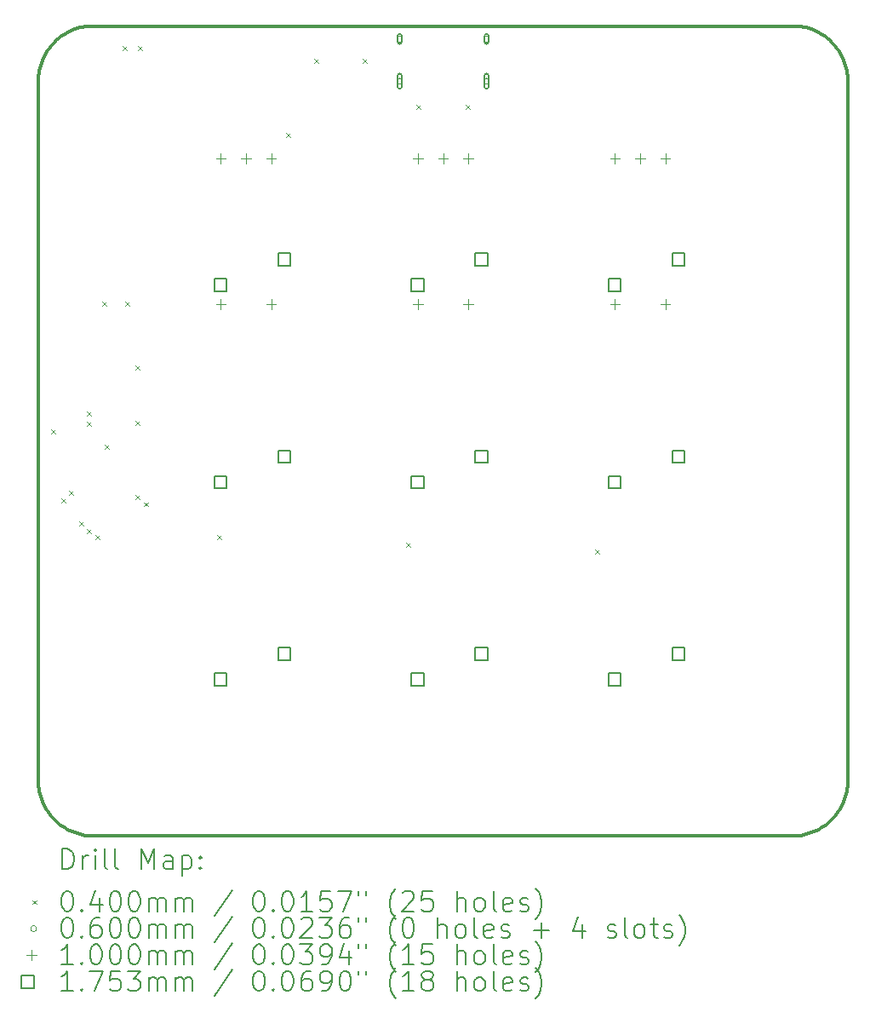
<source format=gbr>
%FSLAX45Y45*%
G04 Gerber Fmt 4.5, Leading zero omitted, Abs format (unit mm)*
G04 Created by KiCad (PCBNEW (6.0.1)) date 2022-06-28 21:47:59*
%MOMM*%
%LPD*%
G01*
G04 APERTURE LIST*
%TA.AperFunction,Profile*%
%ADD10C,0.349999*%
%TD*%
%ADD11C,0.200000*%
%ADD12C,0.040000*%
%ADD13C,0.060000*%
%ADD14C,0.100000*%
%ADD15C,0.175260*%
G04 APERTURE END LIST*
D10*
X18710005Y-6027735D02*
X18685475Y-6016867D01*
X18660445Y-13992793D02*
X18685475Y-13983134D01*
X11289995Y-13972265D02*
X11314525Y-13983134D01*
X18917077Y-6197784D02*
X18900445Y-6176434D01*
X18780140Y-6067407D02*
X18757383Y-6053024D01*
X18475000Y-5975000D02*
X18475000Y-5975000D01*
X11027735Y-13710005D02*
X11039794Y-13733989D01*
X18863909Y-6136092D02*
X18844146Y-6117285D01*
X19025000Y-6525000D02*
X19024324Y-6497727D01*
X10985666Y-6417200D02*
X10981028Y-6443782D01*
X11007207Y-13660445D02*
X11016867Y-13685475D01*
X19014334Y-6417200D02*
X19008412Y-6390938D01*
X18900445Y-13823567D02*
X18917077Y-13802216D01*
X19022308Y-6470640D02*
X19018972Y-6443782D01*
X11497727Y-14024324D02*
X11525000Y-14025000D01*
X10991588Y-6390938D02*
X10985666Y-6417200D01*
X18992793Y-6339555D02*
X18983134Y-6314525D01*
X11027735Y-6289995D02*
X11016867Y-6314525D01*
X18823567Y-13900444D02*
X18844146Y-13882716D01*
X18863909Y-13863909D02*
X18863909Y-13863909D01*
X18844146Y-13882716D02*
X18863909Y-13863909D01*
X11176434Y-6099556D02*
X11155855Y-6117285D01*
X10975000Y-13475000D02*
X10975676Y-13502272D01*
X19024324Y-13502272D02*
X19025000Y-13475000D01*
X11365041Y-5998774D02*
X11339555Y-6007207D01*
X10998774Y-13634959D02*
X11007207Y-13660445D01*
X11390938Y-5991588D02*
X11365041Y-5998774D01*
X18582800Y-5985666D02*
X18556218Y-5981028D01*
X11266011Y-13960206D02*
X11289995Y-13972265D01*
X11525000Y-14025000D02*
X11525000Y-14025000D01*
X11219860Y-6067407D02*
X11197784Y-6082924D01*
X11197784Y-6082924D02*
X11176434Y-6099556D01*
X19025000Y-13475000D02*
X19025000Y-6525000D01*
X11417200Y-5985666D02*
X11390938Y-5991588D01*
X19024324Y-6497727D02*
X19022308Y-6470640D01*
X18529360Y-5977692D02*
X18502273Y-5975676D01*
X11136092Y-6136092D02*
X11136092Y-6136092D01*
X18802216Y-6082924D02*
X18780140Y-6067407D01*
X18960206Y-6266011D02*
X18946976Y-6242617D01*
X18972265Y-6289995D02*
X18960206Y-6266011D01*
X18946976Y-13757383D02*
X18960206Y-13733989D01*
X10985666Y-13582800D02*
X10991588Y-13609062D01*
X18634959Y-5998774D02*
X18609062Y-5991588D01*
X18634959Y-14001226D02*
X18660445Y-13992793D01*
X11053024Y-13757383D02*
X11067407Y-13780140D01*
X18932594Y-6219860D02*
X18917077Y-6197784D01*
X10981028Y-6443782D02*
X10977692Y-6470640D01*
X18556218Y-14018972D02*
X18582800Y-14014334D01*
X18917077Y-13802216D02*
X18932594Y-13780140D01*
X19025000Y-6525000D02*
X19025000Y-6525000D01*
X19018972Y-13556218D02*
X19022308Y-13529360D01*
X18609062Y-5991588D02*
X18582800Y-5985666D01*
X18780140Y-13932593D02*
X18802216Y-13917077D01*
X10998774Y-6365041D02*
X10991588Y-6390938D01*
X11136092Y-13863909D02*
X11136092Y-13863909D01*
X18502273Y-5975676D02*
X18475000Y-5975000D01*
X11067407Y-6219860D02*
X11053024Y-6242617D01*
X18802216Y-13917077D02*
X18823567Y-13900444D01*
X18983134Y-6314525D02*
X18972265Y-6289995D01*
X10975676Y-6497727D02*
X10975000Y-6525000D01*
X18660445Y-6007207D02*
X18634959Y-5998774D01*
X10991588Y-13609062D02*
X10998774Y-13634959D01*
X18863909Y-6136092D02*
X18863909Y-6136092D01*
X11099556Y-13823567D02*
X11117285Y-13844146D01*
X19014334Y-13582800D02*
X19018972Y-13556218D01*
X18685475Y-13983134D02*
X18710005Y-13972265D01*
X18733989Y-6039794D02*
X18710005Y-6027735D01*
X18733989Y-13960206D02*
X18757383Y-13946976D01*
X11016867Y-6314525D02*
X11007207Y-6339555D01*
X11016867Y-13685475D02*
X11027735Y-13710005D01*
X19022308Y-13529360D02*
X19024324Y-13502272D01*
X10977692Y-6470640D02*
X10975676Y-6497727D01*
X11390938Y-14008412D02*
X11417200Y-14014334D01*
X11155855Y-13882716D02*
X11176434Y-13900444D01*
X11242617Y-13946976D02*
X11266011Y-13960206D01*
X19001226Y-13634959D02*
X19008412Y-13609062D01*
X11497727Y-5975676D02*
X11470640Y-5977692D01*
X18992793Y-13660445D02*
X19001226Y-13634959D01*
X18882716Y-13844146D02*
X18900445Y-13823567D01*
X18475000Y-5975000D02*
X11525000Y-5975000D01*
X11525000Y-5975000D02*
X11497727Y-5975676D01*
X18900445Y-6176434D02*
X18882716Y-6155854D01*
X11339555Y-6007207D02*
X11314525Y-6016867D01*
X19008412Y-13609062D02*
X19014334Y-13582800D01*
X11314525Y-13983134D02*
X11339555Y-13992793D01*
X10975676Y-13502272D02*
X10977692Y-13529360D01*
X11289995Y-6027735D02*
X11266011Y-6039794D01*
X19008412Y-6390938D02*
X19001226Y-6365041D01*
X11039794Y-6266011D02*
X11027735Y-6289995D01*
X11155855Y-6117285D02*
X11136092Y-6136092D01*
X11197784Y-13917077D02*
X11219860Y-13932593D01*
X19001226Y-6365041D02*
X18992793Y-6339555D01*
X18932594Y-13780140D02*
X18946976Y-13757383D01*
X10975000Y-6525000D02*
X10975000Y-6525000D01*
X10975000Y-6525000D02*
X10975000Y-13475000D01*
X11314525Y-6016867D02*
X11289995Y-6027735D01*
X18502273Y-14024324D02*
X18529360Y-14022308D01*
X11176434Y-13900444D02*
X11197784Y-13917077D01*
X18972265Y-13710005D02*
X18983134Y-13685475D01*
X11365041Y-14001226D02*
X11390938Y-14008412D01*
X18475000Y-14025000D02*
X18475000Y-14025000D01*
X11443782Y-5981028D02*
X11417200Y-5985666D01*
X11099556Y-6176434D02*
X11082924Y-6197784D01*
X18582800Y-14014334D02*
X18609062Y-14008412D01*
X18710005Y-13972265D02*
X18733989Y-13960206D01*
X18844146Y-6117285D02*
X18823567Y-6099556D01*
X18556218Y-5981028D02*
X18529360Y-5977692D01*
X11136092Y-13863909D02*
X11155855Y-13882716D01*
X11242617Y-6053024D02*
X11219860Y-6067407D01*
X18946976Y-6242617D02*
X18932594Y-6219860D01*
X11266011Y-6039794D02*
X11242617Y-6053024D01*
X11470640Y-14022308D02*
X11497727Y-14024324D01*
X18882716Y-6155854D02*
X18863909Y-6136092D01*
X11339555Y-13992793D02*
X11365041Y-14001226D01*
X10977692Y-13529360D02*
X10981028Y-13556218D01*
X18757383Y-6053024D02*
X18733989Y-6039794D01*
X11082924Y-6197784D02*
X11067407Y-6219860D01*
X18685475Y-6016867D02*
X18660445Y-6007207D01*
X18475000Y-14025000D02*
X18502273Y-14024324D01*
X18983134Y-13685475D02*
X18992793Y-13660445D01*
X18960206Y-13733989D02*
X18972265Y-13710005D01*
X11117285Y-6155854D02*
X11099556Y-6176434D01*
X11219860Y-13932593D02*
X11242617Y-13946976D01*
X11082924Y-13802216D02*
X11099556Y-13823567D01*
X11039794Y-13733989D02*
X11053024Y-13757383D01*
X18757383Y-13946976D02*
X18780140Y-13932593D01*
X10981028Y-13556218D02*
X10985666Y-13582800D01*
X11136092Y-6136092D02*
X11117285Y-6155854D01*
X18529360Y-14022308D02*
X18556218Y-14018972D01*
X11470640Y-5977692D02*
X11443782Y-5981028D01*
X11053024Y-6242617D02*
X11039794Y-6266011D01*
X18823567Y-6099556D02*
X18802216Y-6082924D01*
X11443782Y-14018972D02*
X11470640Y-14022308D01*
X11525000Y-5975000D02*
X11525000Y-5975000D01*
X11067407Y-13780140D02*
X11082924Y-13802216D01*
X18863909Y-13863909D02*
X18882716Y-13844146D01*
X10975000Y-13475000D02*
X10975000Y-13475000D01*
X11417200Y-14014334D02*
X11443782Y-14018972D01*
X11007207Y-6339555D02*
X10998774Y-6365041D01*
X19018972Y-6443782D02*
X19014334Y-6417200D01*
X18609062Y-14008412D02*
X18634959Y-14001226D01*
X11525000Y-14025000D02*
X18475000Y-14025000D01*
X11117285Y-13844146D02*
X11136092Y-13863909D01*
D11*
D12*
X11105200Y-9987600D02*
X11145200Y-10027600D01*
X11145200Y-9987600D02*
X11105200Y-10027600D01*
X11206800Y-10673400D02*
X11246800Y-10713400D01*
X11246800Y-10673400D02*
X11206800Y-10713400D01*
X11283000Y-10597200D02*
X11323000Y-10637200D01*
X11323000Y-10597200D02*
X11283000Y-10637200D01*
X11384600Y-10902000D02*
X11424600Y-10942000D01*
X11424600Y-10902000D02*
X11384600Y-10942000D01*
X11460800Y-9809800D02*
X11500800Y-9849800D01*
X11500800Y-9809800D02*
X11460800Y-9849800D01*
X11460800Y-9909750D02*
X11500800Y-9949750D01*
X11500800Y-9909750D02*
X11460800Y-9949750D01*
X11460800Y-10978200D02*
X11500800Y-11018200D01*
X11500800Y-10978200D02*
X11460800Y-11018200D01*
X11544500Y-11036500D02*
X11584500Y-11076500D01*
X11584500Y-11036500D02*
X11544500Y-11076500D01*
X11613200Y-8717600D02*
X11653200Y-8757600D01*
X11653200Y-8717600D02*
X11613200Y-8757600D01*
X11638600Y-10140000D02*
X11678600Y-10180000D01*
X11678600Y-10140000D02*
X11638600Y-10180000D01*
X11816400Y-6177600D02*
X11856400Y-6217600D01*
X11856400Y-6177600D02*
X11816400Y-6217600D01*
X11841800Y-8717600D02*
X11881800Y-8757600D01*
X11881800Y-8717600D02*
X11841800Y-8757600D01*
X11943400Y-9352600D02*
X11983400Y-9392600D01*
X11983400Y-9352600D02*
X11943400Y-9392600D01*
X11943400Y-9901750D02*
X11983400Y-9941750D01*
X11983400Y-9901750D02*
X11943400Y-9941750D01*
X11943400Y-10636605D02*
X11983400Y-10676605D01*
X11983400Y-10636605D02*
X11943400Y-10676605D01*
X11968800Y-6177600D02*
X12008800Y-6217600D01*
X12008800Y-6177600D02*
X11968800Y-6217600D01*
X12022996Y-10709055D02*
X12062996Y-10749055D01*
X12062996Y-10709055D02*
X12022996Y-10749055D01*
X12756200Y-11036500D02*
X12796200Y-11076500D01*
X12796200Y-11036500D02*
X12756200Y-11076500D01*
X13442000Y-7041200D02*
X13482000Y-7081200D01*
X13482000Y-7041200D02*
X13442000Y-7081200D01*
X13721400Y-6304600D02*
X13761400Y-6344600D01*
X13761400Y-6304600D02*
X13721400Y-6344600D01*
X14204000Y-6304600D02*
X14244000Y-6344600D01*
X14244000Y-6304600D02*
X14204000Y-6344600D01*
X14635800Y-11108950D02*
X14675800Y-11148950D01*
X14675800Y-11108950D02*
X14635800Y-11148950D01*
X14737400Y-6761800D02*
X14777400Y-6801800D01*
X14777400Y-6761800D02*
X14737400Y-6801800D01*
X15227450Y-6761800D02*
X15267450Y-6801800D01*
X15267450Y-6761800D02*
X15227450Y-6801800D01*
X16515400Y-11181400D02*
X16555400Y-11221400D01*
X16555400Y-11181400D02*
X16515400Y-11221400D01*
D13*
X14598000Y-6105000D02*
G75*
G03*
X14598000Y-6105000I-30000J0D01*
G01*
D11*
X14548000Y-6075000D02*
X14548000Y-6135000D01*
X14588000Y-6075000D02*
X14588000Y-6135000D01*
X14548000Y-6135000D02*
G75*
G03*
X14588000Y-6135000I20000J0D01*
G01*
X14588000Y-6075000D02*
G75*
G03*
X14548000Y-6075000I-20000J0D01*
G01*
D13*
X14598000Y-6523000D02*
G75*
G03*
X14598000Y-6523000I-30000J0D01*
G01*
D11*
X14548000Y-6468000D02*
X14548000Y-6578000D01*
X14588000Y-6468000D02*
X14588000Y-6578000D01*
X14548000Y-6578000D02*
G75*
G03*
X14588000Y-6578000I20000J0D01*
G01*
X14588000Y-6468000D02*
G75*
G03*
X14548000Y-6468000I-20000J0D01*
G01*
D13*
X15462000Y-6105000D02*
G75*
G03*
X15462000Y-6105000I-30000J0D01*
G01*
D11*
X15412000Y-6075000D02*
X15412000Y-6135000D01*
X15452000Y-6075000D02*
X15452000Y-6135000D01*
X15412000Y-6135000D02*
G75*
G03*
X15452000Y-6135000I20000J0D01*
G01*
X15452000Y-6075000D02*
G75*
G03*
X15412000Y-6075000I-20000J0D01*
G01*
D13*
X15462000Y-6523000D02*
G75*
G03*
X15462000Y-6523000I-30000J0D01*
G01*
D11*
X15412000Y-6468000D02*
X15412000Y-6578000D01*
X15452000Y-6468000D02*
X15452000Y-6578000D01*
X15412000Y-6578000D02*
G75*
G03*
X15452000Y-6578000I20000J0D01*
G01*
X15452000Y-6468000D02*
G75*
G03*
X15412000Y-6468000I-20000J0D01*
G01*
D14*
X12790000Y-7240000D02*
X12790000Y-7340000D01*
X12740000Y-7290000D02*
X12840000Y-7290000D01*
X12790000Y-8690000D02*
X12790000Y-8790000D01*
X12740000Y-8740000D02*
X12840000Y-8740000D01*
X13040000Y-7240000D02*
X13040000Y-7340000D01*
X12990000Y-7290000D02*
X13090000Y-7290000D01*
X13290000Y-7240000D02*
X13290000Y-7340000D01*
X13240000Y-7290000D02*
X13340000Y-7290000D01*
X13290000Y-8690000D02*
X13290000Y-8790000D01*
X13240000Y-8740000D02*
X13340000Y-8740000D01*
X14750000Y-7240000D02*
X14750000Y-7340000D01*
X14700000Y-7290000D02*
X14800000Y-7290000D01*
X14750000Y-8690000D02*
X14750000Y-8790000D01*
X14700000Y-8740000D02*
X14800000Y-8740000D01*
X15000000Y-7240000D02*
X15000000Y-7340000D01*
X14950000Y-7290000D02*
X15050000Y-7290000D01*
X15250000Y-7240000D02*
X15250000Y-7340000D01*
X15200000Y-7290000D02*
X15300000Y-7290000D01*
X15250000Y-8690000D02*
X15250000Y-8790000D01*
X15200000Y-8740000D02*
X15300000Y-8740000D01*
X16710000Y-7240000D02*
X16710000Y-7340000D01*
X16660000Y-7290000D02*
X16760000Y-7290000D01*
X16710000Y-8690000D02*
X16710000Y-8790000D01*
X16660000Y-8740000D02*
X16760000Y-8740000D01*
X16960000Y-7240000D02*
X16960000Y-7340000D01*
X16910000Y-7290000D02*
X17010000Y-7290000D01*
X17210000Y-7240000D02*
X17210000Y-7340000D01*
X17160000Y-7290000D02*
X17260000Y-7290000D01*
X17210000Y-8690000D02*
X17210000Y-8790000D01*
X17160000Y-8740000D02*
X17260000Y-8740000D01*
D15*
X12847964Y-8609964D02*
X12847964Y-8486036D01*
X12724036Y-8486036D01*
X12724036Y-8609964D01*
X12847964Y-8609964D01*
X12847964Y-10569964D02*
X12847964Y-10446036D01*
X12724036Y-10446036D01*
X12724036Y-10569964D01*
X12847964Y-10569964D01*
X12847964Y-12529964D02*
X12847964Y-12406036D01*
X12724036Y-12406036D01*
X12724036Y-12529964D01*
X12847964Y-12529964D01*
X13482964Y-8355964D02*
X13482964Y-8232036D01*
X13359036Y-8232036D01*
X13359036Y-8355964D01*
X13482964Y-8355964D01*
X13482964Y-10315964D02*
X13482964Y-10192036D01*
X13359036Y-10192036D01*
X13359036Y-10315964D01*
X13482964Y-10315964D01*
X13482964Y-12275964D02*
X13482964Y-12152036D01*
X13359036Y-12152036D01*
X13359036Y-12275964D01*
X13482964Y-12275964D01*
X14807964Y-8609964D02*
X14807964Y-8486036D01*
X14684036Y-8486036D01*
X14684036Y-8609964D01*
X14807964Y-8609964D01*
X14807964Y-10569964D02*
X14807964Y-10446036D01*
X14684036Y-10446036D01*
X14684036Y-10569964D01*
X14807964Y-10569964D01*
X14807964Y-12529964D02*
X14807964Y-12406036D01*
X14684036Y-12406036D01*
X14684036Y-12529964D01*
X14807964Y-12529964D01*
X15442964Y-8355964D02*
X15442964Y-8232036D01*
X15319036Y-8232036D01*
X15319036Y-8355964D01*
X15442964Y-8355964D01*
X15442964Y-10315964D02*
X15442964Y-10192036D01*
X15319036Y-10192036D01*
X15319036Y-10315964D01*
X15442964Y-10315964D01*
X15442964Y-12275964D02*
X15442964Y-12152036D01*
X15319036Y-12152036D01*
X15319036Y-12275964D01*
X15442964Y-12275964D01*
X16767964Y-8609964D02*
X16767964Y-8486036D01*
X16644036Y-8486036D01*
X16644036Y-8609964D01*
X16767964Y-8609964D01*
X16767964Y-10569964D02*
X16767964Y-10446036D01*
X16644036Y-10446036D01*
X16644036Y-10569964D01*
X16767964Y-10569964D01*
X16767964Y-12529964D02*
X16767964Y-12406036D01*
X16644036Y-12406036D01*
X16644036Y-12529964D01*
X16767964Y-12529964D01*
X17402964Y-8355964D02*
X17402964Y-8232036D01*
X17279036Y-8232036D01*
X17279036Y-8355964D01*
X17402964Y-8355964D01*
X17402964Y-10315964D02*
X17402964Y-10192036D01*
X17279036Y-10192036D01*
X17279036Y-10315964D01*
X17402964Y-10315964D01*
X17402964Y-12275964D02*
X17402964Y-12152036D01*
X17279036Y-12152036D01*
X17279036Y-12275964D01*
X17402964Y-12275964D01*
D11*
X11215119Y-14352976D02*
X11215119Y-14152976D01*
X11262738Y-14152976D01*
X11291310Y-14162500D01*
X11310358Y-14181547D01*
X11319881Y-14200595D01*
X11329405Y-14238690D01*
X11329405Y-14267261D01*
X11319881Y-14305357D01*
X11310358Y-14324404D01*
X11291310Y-14343452D01*
X11262738Y-14352976D01*
X11215119Y-14352976D01*
X11415119Y-14352976D02*
X11415119Y-14219642D01*
X11415119Y-14257738D02*
X11424643Y-14238690D01*
X11434167Y-14229166D01*
X11453215Y-14219642D01*
X11472262Y-14219642D01*
X11538929Y-14352976D02*
X11538929Y-14219642D01*
X11538929Y-14152976D02*
X11529405Y-14162500D01*
X11538929Y-14172023D01*
X11548453Y-14162500D01*
X11538929Y-14152976D01*
X11538929Y-14172023D01*
X11662738Y-14352976D02*
X11643691Y-14343452D01*
X11634167Y-14324404D01*
X11634167Y-14152976D01*
X11767500Y-14352976D02*
X11748453Y-14343452D01*
X11738929Y-14324404D01*
X11738929Y-14152976D01*
X11996072Y-14352976D02*
X11996072Y-14152976D01*
X12062738Y-14295833D01*
X12129405Y-14152976D01*
X12129405Y-14352976D01*
X12310358Y-14352976D02*
X12310358Y-14248214D01*
X12300834Y-14229166D01*
X12281786Y-14219642D01*
X12243691Y-14219642D01*
X12224643Y-14229166D01*
X12310358Y-14343452D02*
X12291310Y-14352976D01*
X12243691Y-14352976D01*
X12224643Y-14343452D01*
X12215119Y-14324404D01*
X12215119Y-14305357D01*
X12224643Y-14286309D01*
X12243691Y-14276785D01*
X12291310Y-14276785D01*
X12310358Y-14267261D01*
X12405596Y-14219642D02*
X12405596Y-14419642D01*
X12405596Y-14229166D02*
X12424643Y-14219642D01*
X12462738Y-14219642D01*
X12481786Y-14229166D01*
X12491310Y-14238690D01*
X12500834Y-14257738D01*
X12500834Y-14314880D01*
X12491310Y-14333928D01*
X12481786Y-14343452D01*
X12462738Y-14352976D01*
X12424643Y-14352976D01*
X12405596Y-14343452D01*
X12586548Y-14333928D02*
X12596072Y-14343452D01*
X12586548Y-14352976D01*
X12577024Y-14343452D01*
X12586548Y-14333928D01*
X12586548Y-14352976D01*
X12586548Y-14229166D02*
X12596072Y-14238690D01*
X12586548Y-14248214D01*
X12577024Y-14238690D01*
X12586548Y-14229166D01*
X12586548Y-14248214D01*
D12*
X10917501Y-14662500D02*
X10957501Y-14702500D01*
X10957501Y-14662500D02*
X10917501Y-14702500D01*
D11*
X11253215Y-14572976D02*
X11272262Y-14572976D01*
X11291310Y-14582500D01*
X11300834Y-14592023D01*
X11310358Y-14611071D01*
X11319881Y-14649166D01*
X11319881Y-14696785D01*
X11310358Y-14734880D01*
X11300834Y-14753928D01*
X11291310Y-14763452D01*
X11272262Y-14772976D01*
X11253215Y-14772976D01*
X11234167Y-14763452D01*
X11224643Y-14753928D01*
X11215119Y-14734880D01*
X11205596Y-14696785D01*
X11205596Y-14649166D01*
X11215119Y-14611071D01*
X11224643Y-14592023D01*
X11234167Y-14582500D01*
X11253215Y-14572976D01*
X11405596Y-14753928D02*
X11415119Y-14763452D01*
X11405596Y-14772976D01*
X11396072Y-14763452D01*
X11405596Y-14753928D01*
X11405596Y-14772976D01*
X11586548Y-14639642D02*
X11586548Y-14772976D01*
X11538929Y-14563452D02*
X11491310Y-14706309D01*
X11615119Y-14706309D01*
X11729405Y-14572976D02*
X11748453Y-14572976D01*
X11767500Y-14582500D01*
X11777024Y-14592023D01*
X11786548Y-14611071D01*
X11796072Y-14649166D01*
X11796072Y-14696785D01*
X11786548Y-14734880D01*
X11777024Y-14753928D01*
X11767500Y-14763452D01*
X11748453Y-14772976D01*
X11729405Y-14772976D01*
X11710358Y-14763452D01*
X11700834Y-14753928D01*
X11691310Y-14734880D01*
X11681786Y-14696785D01*
X11681786Y-14649166D01*
X11691310Y-14611071D01*
X11700834Y-14592023D01*
X11710358Y-14582500D01*
X11729405Y-14572976D01*
X11919881Y-14572976D02*
X11938929Y-14572976D01*
X11957977Y-14582500D01*
X11967500Y-14592023D01*
X11977024Y-14611071D01*
X11986548Y-14649166D01*
X11986548Y-14696785D01*
X11977024Y-14734880D01*
X11967500Y-14753928D01*
X11957977Y-14763452D01*
X11938929Y-14772976D01*
X11919881Y-14772976D01*
X11900834Y-14763452D01*
X11891310Y-14753928D01*
X11881786Y-14734880D01*
X11872262Y-14696785D01*
X11872262Y-14649166D01*
X11881786Y-14611071D01*
X11891310Y-14592023D01*
X11900834Y-14582500D01*
X11919881Y-14572976D01*
X12072262Y-14772976D02*
X12072262Y-14639642D01*
X12072262Y-14658690D02*
X12081786Y-14649166D01*
X12100834Y-14639642D01*
X12129405Y-14639642D01*
X12148453Y-14649166D01*
X12157977Y-14668214D01*
X12157977Y-14772976D01*
X12157977Y-14668214D02*
X12167500Y-14649166D01*
X12186548Y-14639642D01*
X12215119Y-14639642D01*
X12234167Y-14649166D01*
X12243691Y-14668214D01*
X12243691Y-14772976D01*
X12338929Y-14772976D02*
X12338929Y-14639642D01*
X12338929Y-14658690D02*
X12348453Y-14649166D01*
X12367500Y-14639642D01*
X12396072Y-14639642D01*
X12415119Y-14649166D01*
X12424643Y-14668214D01*
X12424643Y-14772976D01*
X12424643Y-14668214D02*
X12434167Y-14649166D01*
X12453215Y-14639642D01*
X12481786Y-14639642D01*
X12500834Y-14649166D01*
X12510358Y-14668214D01*
X12510358Y-14772976D01*
X12900834Y-14563452D02*
X12729405Y-14820595D01*
X13157977Y-14572976D02*
X13177024Y-14572976D01*
X13196072Y-14582500D01*
X13205596Y-14592023D01*
X13215119Y-14611071D01*
X13224643Y-14649166D01*
X13224643Y-14696785D01*
X13215119Y-14734880D01*
X13205596Y-14753928D01*
X13196072Y-14763452D01*
X13177024Y-14772976D01*
X13157977Y-14772976D01*
X13138929Y-14763452D01*
X13129405Y-14753928D01*
X13119881Y-14734880D01*
X13110358Y-14696785D01*
X13110358Y-14649166D01*
X13119881Y-14611071D01*
X13129405Y-14592023D01*
X13138929Y-14582500D01*
X13157977Y-14572976D01*
X13310358Y-14753928D02*
X13319881Y-14763452D01*
X13310358Y-14772976D01*
X13300834Y-14763452D01*
X13310358Y-14753928D01*
X13310358Y-14772976D01*
X13443691Y-14572976D02*
X13462738Y-14572976D01*
X13481786Y-14582500D01*
X13491310Y-14592023D01*
X13500834Y-14611071D01*
X13510358Y-14649166D01*
X13510358Y-14696785D01*
X13500834Y-14734880D01*
X13491310Y-14753928D01*
X13481786Y-14763452D01*
X13462738Y-14772976D01*
X13443691Y-14772976D01*
X13424643Y-14763452D01*
X13415119Y-14753928D01*
X13405596Y-14734880D01*
X13396072Y-14696785D01*
X13396072Y-14649166D01*
X13405596Y-14611071D01*
X13415119Y-14592023D01*
X13424643Y-14582500D01*
X13443691Y-14572976D01*
X13700834Y-14772976D02*
X13586548Y-14772976D01*
X13643691Y-14772976D02*
X13643691Y-14572976D01*
X13624643Y-14601547D01*
X13605596Y-14620595D01*
X13586548Y-14630119D01*
X13881786Y-14572976D02*
X13786548Y-14572976D01*
X13777024Y-14668214D01*
X13786548Y-14658690D01*
X13805596Y-14649166D01*
X13853215Y-14649166D01*
X13872262Y-14658690D01*
X13881786Y-14668214D01*
X13891310Y-14687261D01*
X13891310Y-14734880D01*
X13881786Y-14753928D01*
X13872262Y-14763452D01*
X13853215Y-14772976D01*
X13805596Y-14772976D01*
X13786548Y-14763452D01*
X13777024Y-14753928D01*
X13957977Y-14572976D02*
X14091310Y-14572976D01*
X14005596Y-14772976D01*
X14157977Y-14572976D02*
X14157977Y-14611071D01*
X14234167Y-14572976D02*
X14234167Y-14611071D01*
X14529405Y-14849166D02*
X14519881Y-14839642D01*
X14500834Y-14811071D01*
X14491310Y-14792023D01*
X14481786Y-14763452D01*
X14472262Y-14715833D01*
X14472262Y-14677738D01*
X14481786Y-14630119D01*
X14491310Y-14601547D01*
X14500834Y-14582500D01*
X14519881Y-14553928D01*
X14529405Y-14544404D01*
X14596072Y-14592023D02*
X14605596Y-14582500D01*
X14624643Y-14572976D01*
X14672262Y-14572976D01*
X14691310Y-14582500D01*
X14700834Y-14592023D01*
X14710358Y-14611071D01*
X14710358Y-14630119D01*
X14700834Y-14658690D01*
X14586548Y-14772976D01*
X14710358Y-14772976D01*
X14891310Y-14572976D02*
X14796072Y-14572976D01*
X14786548Y-14668214D01*
X14796072Y-14658690D01*
X14815119Y-14649166D01*
X14862738Y-14649166D01*
X14881786Y-14658690D01*
X14891310Y-14668214D01*
X14900834Y-14687261D01*
X14900834Y-14734880D01*
X14891310Y-14753928D01*
X14881786Y-14763452D01*
X14862738Y-14772976D01*
X14815119Y-14772976D01*
X14796072Y-14763452D01*
X14786548Y-14753928D01*
X15138929Y-14772976D02*
X15138929Y-14572976D01*
X15224643Y-14772976D02*
X15224643Y-14668214D01*
X15215119Y-14649166D01*
X15196072Y-14639642D01*
X15167500Y-14639642D01*
X15148453Y-14649166D01*
X15138929Y-14658690D01*
X15348453Y-14772976D02*
X15329405Y-14763452D01*
X15319881Y-14753928D01*
X15310358Y-14734880D01*
X15310358Y-14677738D01*
X15319881Y-14658690D01*
X15329405Y-14649166D01*
X15348453Y-14639642D01*
X15377024Y-14639642D01*
X15396072Y-14649166D01*
X15405596Y-14658690D01*
X15415119Y-14677738D01*
X15415119Y-14734880D01*
X15405596Y-14753928D01*
X15396072Y-14763452D01*
X15377024Y-14772976D01*
X15348453Y-14772976D01*
X15529405Y-14772976D02*
X15510358Y-14763452D01*
X15500834Y-14744404D01*
X15500834Y-14572976D01*
X15681786Y-14763452D02*
X15662738Y-14772976D01*
X15624643Y-14772976D01*
X15605596Y-14763452D01*
X15596072Y-14744404D01*
X15596072Y-14668214D01*
X15605596Y-14649166D01*
X15624643Y-14639642D01*
X15662738Y-14639642D01*
X15681786Y-14649166D01*
X15691310Y-14668214D01*
X15691310Y-14687261D01*
X15596072Y-14706309D01*
X15767500Y-14763452D02*
X15786548Y-14772976D01*
X15824643Y-14772976D01*
X15843691Y-14763452D01*
X15853215Y-14744404D01*
X15853215Y-14734880D01*
X15843691Y-14715833D01*
X15824643Y-14706309D01*
X15796072Y-14706309D01*
X15777024Y-14696785D01*
X15767500Y-14677738D01*
X15767500Y-14668214D01*
X15777024Y-14649166D01*
X15796072Y-14639642D01*
X15824643Y-14639642D01*
X15843691Y-14649166D01*
X15919881Y-14849166D02*
X15929405Y-14839642D01*
X15948453Y-14811071D01*
X15957977Y-14792023D01*
X15967500Y-14763452D01*
X15977024Y-14715833D01*
X15977024Y-14677738D01*
X15967500Y-14630119D01*
X15957977Y-14601547D01*
X15948453Y-14582500D01*
X15929405Y-14553928D01*
X15919881Y-14544404D01*
D13*
X10957501Y-14946500D02*
G75*
G03*
X10957501Y-14946500I-30000J0D01*
G01*
D11*
X11253215Y-14836976D02*
X11272262Y-14836976D01*
X11291310Y-14846500D01*
X11300834Y-14856023D01*
X11310358Y-14875071D01*
X11319881Y-14913166D01*
X11319881Y-14960785D01*
X11310358Y-14998880D01*
X11300834Y-15017928D01*
X11291310Y-15027452D01*
X11272262Y-15036976D01*
X11253215Y-15036976D01*
X11234167Y-15027452D01*
X11224643Y-15017928D01*
X11215119Y-14998880D01*
X11205596Y-14960785D01*
X11205596Y-14913166D01*
X11215119Y-14875071D01*
X11224643Y-14856023D01*
X11234167Y-14846500D01*
X11253215Y-14836976D01*
X11405596Y-15017928D02*
X11415119Y-15027452D01*
X11405596Y-15036976D01*
X11396072Y-15027452D01*
X11405596Y-15017928D01*
X11405596Y-15036976D01*
X11586548Y-14836976D02*
X11548453Y-14836976D01*
X11529405Y-14846500D01*
X11519881Y-14856023D01*
X11500834Y-14884595D01*
X11491310Y-14922690D01*
X11491310Y-14998880D01*
X11500834Y-15017928D01*
X11510358Y-15027452D01*
X11529405Y-15036976D01*
X11567500Y-15036976D01*
X11586548Y-15027452D01*
X11596072Y-15017928D01*
X11605596Y-14998880D01*
X11605596Y-14951261D01*
X11596072Y-14932214D01*
X11586548Y-14922690D01*
X11567500Y-14913166D01*
X11529405Y-14913166D01*
X11510358Y-14922690D01*
X11500834Y-14932214D01*
X11491310Y-14951261D01*
X11729405Y-14836976D02*
X11748453Y-14836976D01*
X11767500Y-14846500D01*
X11777024Y-14856023D01*
X11786548Y-14875071D01*
X11796072Y-14913166D01*
X11796072Y-14960785D01*
X11786548Y-14998880D01*
X11777024Y-15017928D01*
X11767500Y-15027452D01*
X11748453Y-15036976D01*
X11729405Y-15036976D01*
X11710358Y-15027452D01*
X11700834Y-15017928D01*
X11691310Y-14998880D01*
X11681786Y-14960785D01*
X11681786Y-14913166D01*
X11691310Y-14875071D01*
X11700834Y-14856023D01*
X11710358Y-14846500D01*
X11729405Y-14836976D01*
X11919881Y-14836976D02*
X11938929Y-14836976D01*
X11957977Y-14846500D01*
X11967500Y-14856023D01*
X11977024Y-14875071D01*
X11986548Y-14913166D01*
X11986548Y-14960785D01*
X11977024Y-14998880D01*
X11967500Y-15017928D01*
X11957977Y-15027452D01*
X11938929Y-15036976D01*
X11919881Y-15036976D01*
X11900834Y-15027452D01*
X11891310Y-15017928D01*
X11881786Y-14998880D01*
X11872262Y-14960785D01*
X11872262Y-14913166D01*
X11881786Y-14875071D01*
X11891310Y-14856023D01*
X11900834Y-14846500D01*
X11919881Y-14836976D01*
X12072262Y-15036976D02*
X12072262Y-14903642D01*
X12072262Y-14922690D02*
X12081786Y-14913166D01*
X12100834Y-14903642D01*
X12129405Y-14903642D01*
X12148453Y-14913166D01*
X12157977Y-14932214D01*
X12157977Y-15036976D01*
X12157977Y-14932214D02*
X12167500Y-14913166D01*
X12186548Y-14903642D01*
X12215119Y-14903642D01*
X12234167Y-14913166D01*
X12243691Y-14932214D01*
X12243691Y-15036976D01*
X12338929Y-15036976D02*
X12338929Y-14903642D01*
X12338929Y-14922690D02*
X12348453Y-14913166D01*
X12367500Y-14903642D01*
X12396072Y-14903642D01*
X12415119Y-14913166D01*
X12424643Y-14932214D01*
X12424643Y-15036976D01*
X12424643Y-14932214D02*
X12434167Y-14913166D01*
X12453215Y-14903642D01*
X12481786Y-14903642D01*
X12500834Y-14913166D01*
X12510358Y-14932214D01*
X12510358Y-15036976D01*
X12900834Y-14827452D02*
X12729405Y-15084595D01*
X13157977Y-14836976D02*
X13177024Y-14836976D01*
X13196072Y-14846500D01*
X13205596Y-14856023D01*
X13215119Y-14875071D01*
X13224643Y-14913166D01*
X13224643Y-14960785D01*
X13215119Y-14998880D01*
X13205596Y-15017928D01*
X13196072Y-15027452D01*
X13177024Y-15036976D01*
X13157977Y-15036976D01*
X13138929Y-15027452D01*
X13129405Y-15017928D01*
X13119881Y-14998880D01*
X13110358Y-14960785D01*
X13110358Y-14913166D01*
X13119881Y-14875071D01*
X13129405Y-14856023D01*
X13138929Y-14846500D01*
X13157977Y-14836976D01*
X13310358Y-15017928D02*
X13319881Y-15027452D01*
X13310358Y-15036976D01*
X13300834Y-15027452D01*
X13310358Y-15017928D01*
X13310358Y-15036976D01*
X13443691Y-14836976D02*
X13462738Y-14836976D01*
X13481786Y-14846500D01*
X13491310Y-14856023D01*
X13500834Y-14875071D01*
X13510358Y-14913166D01*
X13510358Y-14960785D01*
X13500834Y-14998880D01*
X13491310Y-15017928D01*
X13481786Y-15027452D01*
X13462738Y-15036976D01*
X13443691Y-15036976D01*
X13424643Y-15027452D01*
X13415119Y-15017928D01*
X13405596Y-14998880D01*
X13396072Y-14960785D01*
X13396072Y-14913166D01*
X13405596Y-14875071D01*
X13415119Y-14856023D01*
X13424643Y-14846500D01*
X13443691Y-14836976D01*
X13586548Y-14856023D02*
X13596072Y-14846500D01*
X13615119Y-14836976D01*
X13662738Y-14836976D01*
X13681786Y-14846500D01*
X13691310Y-14856023D01*
X13700834Y-14875071D01*
X13700834Y-14894119D01*
X13691310Y-14922690D01*
X13577024Y-15036976D01*
X13700834Y-15036976D01*
X13767500Y-14836976D02*
X13891310Y-14836976D01*
X13824643Y-14913166D01*
X13853215Y-14913166D01*
X13872262Y-14922690D01*
X13881786Y-14932214D01*
X13891310Y-14951261D01*
X13891310Y-14998880D01*
X13881786Y-15017928D01*
X13872262Y-15027452D01*
X13853215Y-15036976D01*
X13796072Y-15036976D01*
X13777024Y-15027452D01*
X13767500Y-15017928D01*
X14062738Y-14836976D02*
X14024643Y-14836976D01*
X14005596Y-14846500D01*
X13996072Y-14856023D01*
X13977024Y-14884595D01*
X13967500Y-14922690D01*
X13967500Y-14998880D01*
X13977024Y-15017928D01*
X13986548Y-15027452D01*
X14005596Y-15036976D01*
X14043691Y-15036976D01*
X14062738Y-15027452D01*
X14072262Y-15017928D01*
X14081786Y-14998880D01*
X14081786Y-14951261D01*
X14072262Y-14932214D01*
X14062738Y-14922690D01*
X14043691Y-14913166D01*
X14005596Y-14913166D01*
X13986548Y-14922690D01*
X13977024Y-14932214D01*
X13967500Y-14951261D01*
X14157977Y-14836976D02*
X14157977Y-14875071D01*
X14234167Y-14836976D02*
X14234167Y-14875071D01*
X14529405Y-15113166D02*
X14519881Y-15103642D01*
X14500834Y-15075071D01*
X14491310Y-15056023D01*
X14481786Y-15027452D01*
X14472262Y-14979833D01*
X14472262Y-14941738D01*
X14481786Y-14894119D01*
X14491310Y-14865547D01*
X14500834Y-14846500D01*
X14519881Y-14817928D01*
X14529405Y-14808404D01*
X14643691Y-14836976D02*
X14662738Y-14836976D01*
X14681786Y-14846500D01*
X14691310Y-14856023D01*
X14700834Y-14875071D01*
X14710358Y-14913166D01*
X14710358Y-14960785D01*
X14700834Y-14998880D01*
X14691310Y-15017928D01*
X14681786Y-15027452D01*
X14662738Y-15036976D01*
X14643691Y-15036976D01*
X14624643Y-15027452D01*
X14615119Y-15017928D01*
X14605596Y-14998880D01*
X14596072Y-14960785D01*
X14596072Y-14913166D01*
X14605596Y-14875071D01*
X14615119Y-14856023D01*
X14624643Y-14846500D01*
X14643691Y-14836976D01*
X14948453Y-15036976D02*
X14948453Y-14836976D01*
X15034167Y-15036976D02*
X15034167Y-14932214D01*
X15024643Y-14913166D01*
X15005596Y-14903642D01*
X14977024Y-14903642D01*
X14957977Y-14913166D01*
X14948453Y-14922690D01*
X15157977Y-15036976D02*
X15138929Y-15027452D01*
X15129405Y-15017928D01*
X15119881Y-14998880D01*
X15119881Y-14941738D01*
X15129405Y-14922690D01*
X15138929Y-14913166D01*
X15157977Y-14903642D01*
X15186548Y-14903642D01*
X15205596Y-14913166D01*
X15215119Y-14922690D01*
X15224643Y-14941738D01*
X15224643Y-14998880D01*
X15215119Y-15017928D01*
X15205596Y-15027452D01*
X15186548Y-15036976D01*
X15157977Y-15036976D01*
X15338929Y-15036976D02*
X15319881Y-15027452D01*
X15310358Y-15008404D01*
X15310358Y-14836976D01*
X15491310Y-15027452D02*
X15472262Y-15036976D01*
X15434167Y-15036976D01*
X15415119Y-15027452D01*
X15405596Y-15008404D01*
X15405596Y-14932214D01*
X15415119Y-14913166D01*
X15434167Y-14903642D01*
X15472262Y-14903642D01*
X15491310Y-14913166D01*
X15500834Y-14932214D01*
X15500834Y-14951261D01*
X15405596Y-14970309D01*
X15577024Y-15027452D02*
X15596072Y-15036976D01*
X15634167Y-15036976D01*
X15653215Y-15027452D01*
X15662738Y-15008404D01*
X15662738Y-14998880D01*
X15653215Y-14979833D01*
X15634167Y-14970309D01*
X15605596Y-14970309D01*
X15586548Y-14960785D01*
X15577024Y-14941738D01*
X15577024Y-14932214D01*
X15586548Y-14913166D01*
X15605596Y-14903642D01*
X15634167Y-14903642D01*
X15653215Y-14913166D01*
X15900834Y-14960785D02*
X16053215Y-14960785D01*
X15977024Y-15036976D02*
X15977024Y-14884595D01*
X16386548Y-14903642D02*
X16386548Y-15036976D01*
X16338929Y-14827452D02*
X16291310Y-14970309D01*
X16415119Y-14970309D01*
X16634167Y-15027452D02*
X16653215Y-15036976D01*
X16691310Y-15036976D01*
X16710358Y-15027452D01*
X16719881Y-15008404D01*
X16719881Y-14998880D01*
X16710358Y-14979833D01*
X16691310Y-14970309D01*
X16662738Y-14970309D01*
X16643691Y-14960785D01*
X16634167Y-14941738D01*
X16634167Y-14932214D01*
X16643691Y-14913166D01*
X16662738Y-14903642D01*
X16691310Y-14903642D01*
X16710358Y-14913166D01*
X16834167Y-15036976D02*
X16815120Y-15027452D01*
X16805596Y-15008404D01*
X16805596Y-14836976D01*
X16938929Y-15036976D02*
X16919881Y-15027452D01*
X16910358Y-15017928D01*
X16900834Y-14998880D01*
X16900834Y-14941738D01*
X16910358Y-14922690D01*
X16919881Y-14913166D01*
X16938929Y-14903642D01*
X16967500Y-14903642D01*
X16986548Y-14913166D01*
X16996072Y-14922690D01*
X17005596Y-14941738D01*
X17005596Y-14998880D01*
X16996072Y-15017928D01*
X16986548Y-15027452D01*
X16967500Y-15036976D01*
X16938929Y-15036976D01*
X17062739Y-14903642D02*
X17138929Y-14903642D01*
X17091310Y-14836976D02*
X17091310Y-15008404D01*
X17100834Y-15027452D01*
X17119881Y-15036976D01*
X17138929Y-15036976D01*
X17196072Y-15027452D02*
X17215120Y-15036976D01*
X17253215Y-15036976D01*
X17272262Y-15027452D01*
X17281786Y-15008404D01*
X17281786Y-14998880D01*
X17272262Y-14979833D01*
X17253215Y-14970309D01*
X17224643Y-14970309D01*
X17205596Y-14960785D01*
X17196072Y-14941738D01*
X17196072Y-14932214D01*
X17205596Y-14913166D01*
X17224643Y-14903642D01*
X17253215Y-14903642D01*
X17272262Y-14913166D01*
X17348453Y-15113166D02*
X17357977Y-15103642D01*
X17377024Y-15075071D01*
X17386548Y-15056023D01*
X17396072Y-15027452D01*
X17405596Y-14979833D01*
X17405596Y-14941738D01*
X17396072Y-14894119D01*
X17386548Y-14865547D01*
X17377024Y-14846500D01*
X17357977Y-14817928D01*
X17348453Y-14808404D01*
D14*
X10907501Y-15160500D02*
X10907501Y-15260500D01*
X10857501Y-15210500D02*
X10957501Y-15210500D01*
D11*
X11319881Y-15300976D02*
X11205596Y-15300976D01*
X11262738Y-15300976D02*
X11262738Y-15100976D01*
X11243691Y-15129547D01*
X11224643Y-15148595D01*
X11205596Y-15158119D01*
X11405596Y-15281928D02*
X11415119Y-15291452D01*
X11405596Y-15300976D01*
X11396072Y-15291452D01*
X11405596Y-15281928D01*
X11405596Y-15300976D01*
X11538929Y-15100976D02*
X11557977Y-15100976D01*
X11577024Y-15110500D01*
X11586548Y-15120023D01*
X11596072Y-15139071D01*
X11605596Y-15177166D01*
X11605596Y-15224785D01*
X11596072Y-15262880D01*
X11586548Y-15281928D01*
X11577024Y-15291452D01*
X11557977Y-15300976D01*
X11538929Y-15300976D01*
X11519881Y-15291452D01*
X11510358Y-15281928D01*
X11500834Y-15262880D01*
X11491310Y-15224785D01*
X11491310Y-15177166D01*
X11500834Y-15139071D01*
X11510358Y-15120023D01*
X11519881Y-15110500D01*
X11538929Y-15100976D01*
X11729405Y-15100976D02*
X11748453Y-15100976D01*
X11767500Y-15110500D01*
X11777024Y-15120023D01*
X11786548Y-15139071D01*
X11796072Y-15177166D01*
X11796072Y-15224785D01*
X11786548Y-15262880D01*
X11777024Y-15281928D01*
X11767500Y-15291452D01*
X11748453Y-15300976D01*
X11729405Y-15300976D01*
X11710358Y-15291452D01*
X11700834Y-15281928D01*
X11691310Y-15262880D01*
X11681786Y-15224785D01*
X11681786Y-15177166D01*
X11691310Y-15139071D01*
X11700834Y-15120023D01*
X11710358Y-15110500D01*
X11729405Y-15100976D01*
X11919881Y-15100976D02*
X11938929Y-15100976D01*
X11957977Y-15110500D01*
X11967500Y-15120023D01*
X11977024Y-15139071D01*
X11986548Y-15177166D01*
X11986548Y-15224785D01*
X11977024Y-15262880D01*
X11967500Y-15281928D01*
X11957977Y-15291452D01*
X11938929Y-15300976D01*
X11919881Y-15300976D01*
X11900834Y-15291452D01*
X11891310Y-15281928D01*
X11881786Y-15262880D01*
X11872262Y-15224785D01*
X11872262Y-15177166D01*
X11881786Y-15139071D01*
X11891310Y-15120023D01*
X11900834Y-15110500D01*
X11919881Y-15100976D01*
X12072262Y-15300976D02*
X12072262Y-15167642D01*
X12072262Y-15186690D02*
X12081786Y-15177166D01*
X12100834Y-15167642D01*
X12129405Y-15167642D01*
X12148453Y-15177166D01*
X12157977Y-15196214D01*
X12157977Y-15300976D01*
X12157977Y-15196214D02*
X12167500Y-15177166D01*
X12186548Y-15167642D01*
X12215119Y-15167642D01*
X12234167Y-15177166D01*
X12243691Y-15196214D01*
X12243691Y-15300976D01*
X12338929Y-15300976D02*
X12338929Y-15167642D01*
X12338929Y-15186690D02*
X12348453Y-15177166D01*
X12367500Y-15167642D01*
X12396072Y-15167642D01*
X12415119Y-15177166D01*
X12424643Y-15196214D01*
X12424643Y-15300976D01*
X12424643Y-15196214D02*
X12434167Y-15177166D01*
X12453215Y-15167642D01*
X12481786Y-15167642D01*
X12500834Y-15177166D01*
X12510358Y-15196214D01*
X12510358Y-15300976D01*
X12900834Y-15091452D02*
X12729405Y-15348595D01*
X13157977Y-15100976D02*
X13177024Y-15100976D01*
X13196072Y-15110500D01*
X13205596Y-15120023D01*
X13215119Y-15139071D01*
X13224643Y-15177166D01*
X13224643Y-15224785D01*
X13215119Y-15262880D01*
X13205596Y-15281928D01*
X13196072Y-15291452D01*
X13177024Y-15300976D01*
X13157977Y-15300976D01*
X13138929Y-15291452D01*
X13129405Y-15281928D01*
X13119881Y-15262880D01*
X13110358Y-15224785D01*
X13110358Y-15177166D01*
X13119881Y-15139071D01*
X13129405Y-15120023D01*
X13138929Y-15110500D01*
X13157977Y-15100976D01*
X13310358Y-15281928D02*
X13319881Y-15291452D01*
X13310358Y-15300976D01*
X13300834Y-15291452D01*
X13310358Y-15281928D01*
X13310358Y-15300976D01*
X13443691Y-15100976D02*
X13462738Y-15100976D01*
X13481786Y-15110500D01*
X13491310Y-15120023D01*
X13500834Y-15139071D01*
X13510358Y-15177166D01*
X13510358Y-15224785D01*
X13500834Y-15262880D01*
X13491310Y-15281928D01*
X13481786Y-15291452D01*
X13462738Y-15300976D01*
X13443691Y-15300976D01*
X13424643Y-15291452D01*
X13415119Y-15281928D01*
X13405596Y-15262880D01*
X13396072Y-15224785D01*
X13396072Y-15177166D01*
X13405596Y-15139071D01*
X13415119Y-15120023D01*
X13424643Y-15110500D01*
X13443691Y-15100976D01*
X13577024Y-15100976D02*
X13700834Y-15100976D01*
X13634167Y-15177166D01*
X13662738Y-15177166D01*
X13681786Y-15186690D01*
X13691310Y-15196214D01*
X13700834Y-15215261D01*
X13700834Y-15262880D01*
X13691310Y-15281928D01*
X13681786Y-15291452D01*
X13662738Y-15300976D01*
X13605596Y-15300976D01*
X13586548Y-15291452D01*
X13577024Y-15281928D01*
X13796072Y-15300976D02*
X13834167Y-15300976D01*
X13853215Y-15291452D01*
X13862738Y-15281928D01*
X13881786Y-15253357D01*
X13891310Y-15215261D01*
X13891310Y-15139071D01*
X13881786Y-15120023D01*
X13872262Y-15110500D01*
X13853215Y-15100976D01*
X13815119Y-15100976D01*
X13796072Y-15110500D01*
X13786548Y-15120023D01*
X13777024Y-15139071D01*
X13777024Y-15186690D01*
X13786548Y-15205738D01*
X13796072Y-15215261D01*
X13815119Y-15224785D01*
X13853215Y-15224785D01*
X13872262Y-15215261D01*
X13881786Y-15205738D01*
X13891310Y-15186690D01*
X14062738Y-15167642D02*
X14062738Y-15300976D01*
X14015119Y-15091452D02*
X13967500Y-15234309D01*
X14091310Y-15234309D01*
X14157977Y-15100976D02*
X14157977Y-15139071D01*
X14234167Y-15100976D02*
X14234167Y-15139071D01*
X14529405Y-15377166D02*
X14519881Y-15367642D01*
X14500834Y-15339071D01*
X14491310Y-15320023D01*
X14481786Y-15291452D01*
X14472262Y-15243833D01*
X14472262Y-15205738D01*
X14481786Y-15158119D01*
X14491310Y-15129547D01*
X14500834Y-15110500D01*
X14519881Y-15081928D01*
X14529405Y-15072404D01*
X14710358Y-15300976D02*
X14596072Y-15300976D01*
X14653215Y-15300976D02*
X14653215Y-15100976D01*
X14634167Y-15129547D01*
X14615119Y-15148595D01*
X14596072Y-15158119D01*
X14891310Y-15100976D02*
X14796072Y-15100976D01*
X14786548Y-15196214D01*
X14796072Y-15186690D01*
X14815119Y-15177166D01*
X14862738Y-15177166D01*
X14881786Y-15186690D01*
X14891310Y-15196214D01*
X14900834Y-15215261D01*
X14900834Y-15262880D01*
X14891310Y-15281928D01*
X14881786Y-15291452D01*
X14862738Y-15300976D01*
X14815119Y-15300976D01*
X14796072Y-15291452D01*
X14786548Y-15281928D01*
X15138929Y-15300976D02*
X15138929Y-15100976D01*
X15224643Y-15300976D02*
X15224643Y-15196214D01*
X15215119Y-15177166D01*
X15196072Y-15167642D01*
X15167500Y-15167642D01*
X15148453Y-15177166D01*
X15138929Y-15186690D01*
X15348453Y-15300976D02*
X15329405Y-15291452D01*
X15319881Y-15281928D01*
X15310358Y-15262880D01*
X15310358Y-15205738D01*
X15319881Y-15186690D01*
X15329405Y-15177166D01*
X15348453Y-15167642D01*
X15377024Y-15167642D01*
X15396072Y-15177166D01*
X15405596Y-15186690D01*
X15415119Y-15205738D01*
X15415119Y-15262880D01*
X15405596Y-15281928D01*
X15396072Y-15291452D01*
X15377024Y-15300976D01*
X15348453Y-15300976D01*
X15529405Y-15300976D02*
X15510358Y-15291452D01*
X15500834Y-15272404D01*
X15500834Y-15100976D01*
X15681786Y-15291452D02*
X15662738Y-15300976D01*
X15624643Y-15300976D01*
X15605596Y-15291452D01*
X15596072Y-15272404D01*
X15596072Y-15196214D01*
X15605596Y-15177166D01*
X15624643Y-15167642D01*
X15662738Y-15167642D01*
X15681786Y-15177166D01*
X15691310Y-15196214D01*
X15691310Y-15215261D01*
X15596072Y-15234309D01*
X15767500Y-15291452D02*
X15786548Y-15300976D01*
X15824643Y-15300976D01*
X15843691Y-15291452D01*
X15853215Y-15272404D01*
X15853215Y-15262880D01*
X15843691Y-15243833D01*
X15824643Y-15234309D01*
X15796072Y-15234309D01*
X15777024Y-15224785D01*
X15767500Y-15205738D01*
X15767500Y-15196214D01*
X15777024Y-15177166D01*
X15796072Y-15167642D01*
X15824643Y-15167642D01*
X15843691Y-15177166D01*
X15919881Y-15377166D02*
X15929405Y-15367642D01*
X15948453Y-15339071D01*
X15957977Y-15320023D01*
X15967500Y-15291452D01*
X15977024Y-15243833D01*
X15977024Y-15205738D01*
X15967500Y-15158119D01*
X15957977Y-15129547D01*
X15948453Y-15110500D01*
X15929405Y-15081928D01*
X15919881Y-15072404D01*
D15*
X10931835Y-15536464D02*
X10931835Y-15412535D01*
X10807906Y-15412535D01*
X10807906Y-15536464D01*
X10931835Y-15536464D01*
D11*
X11319881Y-15564976D02*
X11205596Y-15564976D01*
X11262738Y-15564976D02*
X11262738Y-15364976D01*
X11243691Y-15393547D01*
X11224643Y-15412595D01*
X11205596Y-15422119D01*
X11405596Y-15545928D02*
X11415119Y-15555452D01*
X11405596Y-15564976D01*
X11396072Y-15555452D01*
X11405596Y-15545928D01*
X11405596Y-15564976D01*
X11481786Y-15364976D02*
X11615119Y-15364976D01*
X11529405Y-15564976D01*
X11786548Y-15364976D02*
X11691310Y-15364976D01*
X11681786Y-15460214D01*
X11691310Y-15450690D01*
X11710358Y-15441166D01*
X11757977Y-15441166D01*
X11777024Y-15450690D01*
X11786548Y-15460214D01*
X11796072Y-15479261D01*
X11796072Y-15526880D01*
X11786548Y-15545928D01*
X11777024Y-15555452D01*
X11757977Y-15564976D01*
X11710358Y-15564976D01*
X11691310Y-15555452D01*
X11681786Y-15545928D01*
X11862738Y-15364976D02*
X11986548Y-15364976D01*
X11919881Y-15441166D01*
X11948453Y-15441166D01*
X11967500Y-15450690D01*
X11977024Y-15460214D01*
X11986548Y-15479261D01*
X11986548Y-15526880D01*
X11977024Y-15545928D01*
X11967500Y-15555452D01*
X11948453Y-15564976D01*
X11891310Y-15564976D01*
X11872262Y-15555452D01*
X11862738Y-15545928D01*
X12072262Y-15564976D02*
X12072262Y-15431642D01*
X12072262Y-15450690D02*
X12081786Y-15441166D01*
X12100834Y-15431642D01*
X12129405Y-15431642D01*
X12148453Y-15441166D01*
X12157977Y-15460214D01*
X12157977Y-15564976D01*
X12157977Y-15460214D02*
X12167500Y-15441166D01*
X12186548Y-15431642D01*
X12215119Y-15431642D01*
X12234167Y-15441166D01*
X12243691Y-15460214D01*
X12243691Y-15564976D01*
X12338929Y-15564976D02*
X12338929Y-15431642D01*
X12338929Y-15450690D02*
X12348453Y-15441166D01*
X12367500Y-15431642D01*
X12396072Y-15431642D01*
X12415119Y-15441166D01*
X12424643Y-15460214D01*
X12424643Y-15564976D01*
X12424643Y-15460214D02*
X12434167Y-15441166D01*
X12453215Y-15431642D01*
X12481786Y-15431642D01*
X12500834Y-15441166D01*
X12510358Y-15460214D01*
X12510358Y-15564976D01*
X12900834Y-15355452D02*
X12729405Y-15612595D01*
X13157977Y-15364976D02*
X13177024Y-15364976D01*
X13196072Y-15374500D01*
X13205596Y-15384023D01*
X13215119Y-15403071D01*
X13224643Y-15441166D01*
X13224643Y-15488785D01*
X13215119Y-15526880D01*
X13205596Y-15545928D01*
X13196072Y-15555452D01*
X13177024Y-15564976D01*
X13157977Y-15564976D01*
X13138929Y-15555452D01*
X13129405Y-15545928D01*
X13119881Y-15526880D01*
X13110358Y-15488785D01*
X13110358Y-15441166D01*
X13119881Y-15403071D01*
X13129405Y-15384023D01*
X13138929Y-15374500D01*
X13157977Y-15364976D01*
X13310358Y-15545928D02*
X13319881Y-15555452D01*
X13310358Y-15564976D01*
X13300834Y-15555452D01*
X13310358Y-15545928D01*
X13310358Y-15564976D01*
X13443691Y-15364976D02*
X13462738Y-15364976D01*
X13481786Y-15374500D01*
X13491310Y-15384023D01*
X13500834Y-15403071D01*
X13510358Y-15441166D01*
X13510358Y-15488785D01*
X13500834Y-15526880D01*
X13491310Y-15545928D01*
X13481786Y-15555452D01*
X13462738Y-15564976D01*
X13443691Y-15564976D01*
X13424643Y-15555452D01*
X13415119Y-15545928D01*
X13405596Y-15526880D01*
X13396072Y-15488785D01*
X13396072Y-15441166D01*
X13405596Y-15403071D01*
X13415119Y-15384023D01*
X13424643Y-15374500D01*
X13443691Y-15364976D01*
X13681786Y-15364976D02*
X13643691Y-15364976D01*
X13624643Y-15374500D01*
X13615119Y-15384023D01*
X13596072Y-15412595D01*
X13586548Y-15450690D01*
X13586548Y-15526880D01*
X13596072Y-15545928D01*
X13605596Y-15555452D01*
X13624643Y-15564976D01*
X13662738Y-15564976D01*
X13681786Y-15555452D01*
X13691310Y-15545928D01*
X13700834Y-15526880D01*
X13700834Y-15479261D01*
X13691310Y-15460214D01*
X13681786Y-15450690D01*
X13662738Y-15441166D01*
X13624643Y-15441166D01*
X13605596Y-15450690D01*
X13596072Y-15460214D01*
X13586548Y-15479261D01*
X13796072Y-15564976D02*
X13834167Y-15564976D01*
X13853215Y-15555452D01*
X13862738Y-15545928D01*
X13881786Y-15517357D01*
X13891310Y-15479261D01*
X13891310Y-15403071D01*
X13881786Y-15384023D01*
X13872262Y-15374500D01*
X13853215Y-15364976D01*
X13815119Y-15364976D01*
X13796072Y-15374500D01*
X13786548Y-15384023D01*
X13777024Y-15403071D01*
X13777024Y-15450690D01*
X13786548Y-15469738D01*
X13796072Y-15479261D01*
X13815119Y-15488785D01*
X13853215Y-15488785D01*
X13872262Y-15479261D01*
X13881786Y-15469738D01*
X13891310Y-15450690D01*
X14015119Y-15364976D02*
X14034167Y-15364976D01*
X14053215Y-15374500D01*
X14062738Y-15384023D01*
X14072262Y-15403071D01*
X14081786Y-15441166D01*
X14081786Y-15488785D01*
X14072262Y-15526880D01*
X14062738Y-15545928D01*
X14053215Y-15555452D01*
X14034167Y-15564976D01*
X14015119Y-15564976D01*
X13996072Y-15555452D01*
X13986548Y-15545928D01*
X13977024Y-15526880D01*
X13967500Y-15488785D01*
X13967500Y-15441166D01*
X13977024Y-15403071D01*
X13986548Y-15384023D01*
X13996072Y-15374500D01*
X14015119Y-15364976D01*
X14157977Y-15364976D02*
X14157977Y-15403071D01*
X14234167Y-15364976D02*
X14234167Y-15403071D01*
X14529405Y-15641166D02*
X14519881Y-15631642D01*
X14500834Y-15603071D01*
X14491310Y-15584023D01*
X14481786Y-15555452D01*
X14472262Y-15507833D01*
X14472262Y-15469738D01*
X14481786Y-15422119D01*
X14491310Y-15393547D01*
X14500834Y-15374500D01*
X14519881Y-15345928D01*
X14529405Y-15336404D01*
X14710358Y-15564976D02*
X14596072Y-15564976D01*
X14653215Y-15564976D02*
X14653215Y-15364976D01*
X14634167Y-15393547D01*
X14615119Y-15412595D01*
X14596072Y-15422119D01*
X14824643Y-15450690D02*
X14805596Y-15441166D01*
X14796072Y-15431642D01*
X14786548Y-15412595D01*
X14786548Y-15403071D01*
X14796072Y-15384023D01*
X14805596Y-15374500D01*
X14824643Y-15364976D01*
X14862738Y-15364976D01*
X14881786Y-15374500D01*
X14891310Y-15384023D01*
X14900834Y-15403071D01*
X14900834Y-15412595D01*
X14891310Y-15431642D01*
X14881786Y-15441166D01*
X14862738Y-15450690D01*
X14824643Y-15450690D01*
X14805596Y-15460214D01*
X14796072Y-15469738D01*
X14786548Y-15488785D01*
X14786548Y-15526880D01*
X14796072Y-15545928D01*
X14805596Y-15555452D01*
X14824643Y-15564976D01*
X14862738Y-15564976D01*
X14881786Y-15555452D01*
X14891310Y-15545928D01*
X14900834Y-15526880D01*
X14900834Y-15488785D01*
X14891310Y-15469738D01*
X14881786Y-15460214D01*
X14862738Y-15450690D01*
X15138929Y-15564976D02*
X15138929Y-15364976D01*
X15224643Y-15564976D02*
X15224643Y-15460214D01*
X15215119Y-15441166D01*
X15196072Y-15431642D01*
X15167500Y-15431642D01*
X15148453Y-15441166D01*
X15138929Y-15450690D01*
X15348453Y-15564976D02*
X15329405Y-15555452D01*
X15319881Y-15545928D01*
X15310358Y-15526880D01*
X15310358Y-15469738D01*
X15319881Y-15450690D01*
X15329405Y-15441166D01*
X15348453Y-15431642D01*
X15377024Y-15431642D01*
X15396072Y-15441166D01*
X15405596Y-15450690D01*
X15415119Y-15469738D01*
X15415119Y-15526880D01*
X15405596Y-15545928D01*
X15396072Y-15555452D01*
X15377024Y-15564976D01*
X15348453Y-15564976D01*
X15529405Y-15564976D02*
X15510358Y-15555452D01*
X15500834Y-15536404D01*
X15500834Y-15364976D01*
X15681786Y-15555452D02*
X15662738Y-15564976D01*
X15624643Y-15564976D01*
X15605596Y-15555452D01*
X15596072Y-15536404D01*
X15596072Y-15460214D01*
X15605596Y-15441166D01*
X15624643Y-15431642D01*
X15662738Y-15431642D01*
X15681786Y-15441166D01*
X15691310Y-15460214D01*
X15691310Y-15479261D01*
X15596072Y-15498309D01*
X15767500Y-15555452D02*
X15786548Y-15564976D01*
X15824643Y-15564976D01*
X15843691Y-15555452D01*
X15853215Y-15536404D01*
X15853215Y-15526880D01*
X15843691Y-15507833D01*
X15824643Y-15498309D01*
X15796072Y-15498309D01*
X15777024Y-15488785D01*
X15767500Y-15469738D01*
X15767500Y-15460214D01*
X15777024Y-15441166D01*
X15796072Y-15431642D01*
X15824643Y-15431642D01*
X15843691Y-15441166D01*
X15919881Y-15641166D02*
X15929405Y-15631642D01*
X15948453Y-15603071D01*
X15957977Y-15584023D01*
X15967500Y-15555452D01*
X15977024Y-15507833D01*
X15977024Y-15469738D01*
X15967500Y-15422119D01*
X15957977Y-15393547D01*
X15948453Y-15374500D01*
X15929405Y-15345928D01*
X15919881Y-15336404D01*
M02*

</source>
